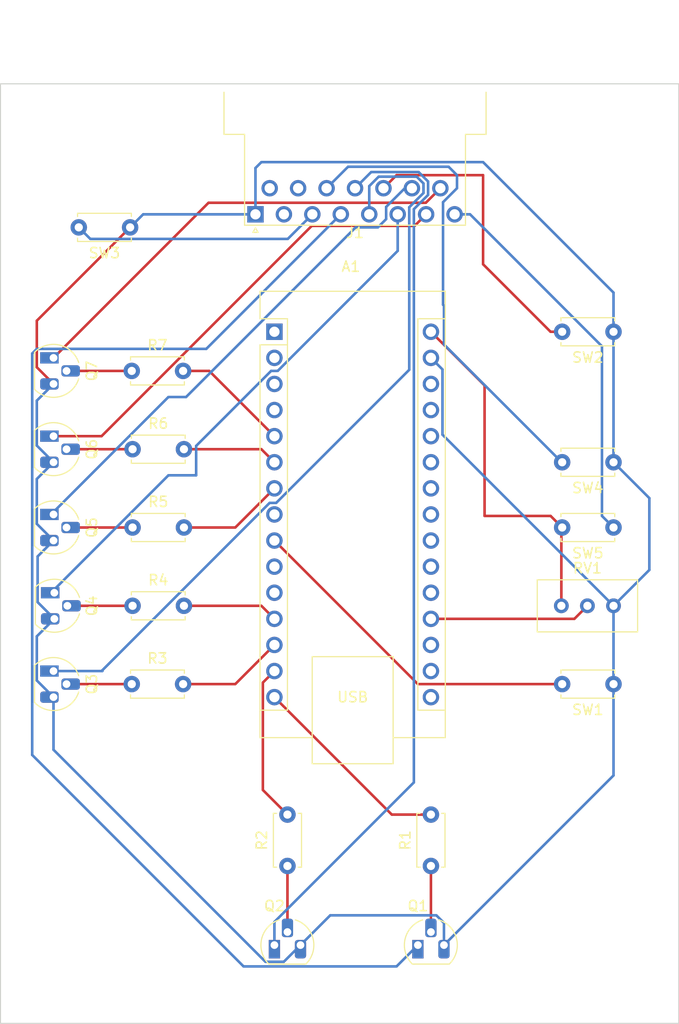
<source format=kicad_pcb>
(kicad_pcb (version 20221018) (generator pcbnew)
  (layers (0 "F.Cu" signal) (31 "B.Cu" signal) (34 "B.Paste" user) (35 "F.Paste" user) (36 "B.SilkS" user "B.Silkscreen") (37 "F.SilkS" user "F.Silkscreen") (38 "B.Mask" user) (39 "F.Mask" user) (44 "Edge.Cuts" user))
  (net 0 "")
  (net 5 "Net-(A1-D2)")
  (net 6 "Net-(A1-D3)")
  (net 7 "Net-(A1-D4)")
  (net 9 "Net-(A1-D6)")
  (net 12 "Net-(A1-D9)")
  (net 13 "Net-(A1-D10)")
  (net 14 "Net-(A1-D11)")
  (net 15 "Net-(A1-D12)")
  (net 19 "Net-(A1-A0)")
  (net 29 "Net-(A1-VIN)")
  (net 30 "Net-(Q1-E)")
  (net 31 "Net-(Q3-E)")
  (net 33 "Net-(Q4-E)")
  (net 34 "Net-(Q6-E)")
  (net 35 "Net-(SW3-A)")
  (net 36 "Net-(J1-P12)")
  (net 37 "Net-(J1-P13)")
  (net 40 "Net-(J1-P14)")
  (net 41 "Net-(J1-P15)")
  (net 42 "Net-(Q2-B)")
  (net 43 "Net-(Q3-B)")
  (net 44 "Net-(Q4-B)")
  (net 45 "Net-(Q1-B)")
  (net 46 "GND")
  (net 47 "Net-(Q5-B)")
  (net 48 "Net-(Q6-B)")
  (net 49 "Net-(Q7-B)")
  (net 50 "Net-(J1-P111)")
  (net 51 "Net-(SW4-B)")
  (footprint "Capacitor_THT:C_Disc_D5.0mm_W2.5mm_P5.00mm" (layer "F.Cu") (at 160.02 91.44 180)
    (fp_text reference "SW2" (at 2.5 -2.5) (layer "F.SilkS"))
    (fp_text value "A button")
    (fp_line (start -0.12 -1.37) (end -0.12 -1.055) (stroke (width 0.12)) (layer "F.SilkS"))
    (fp_line (start -0.12 -1.37) (end 5.12 -1.37) (stroke (width 0.12)) (layer "F.SilkS"))
    (fp_line (start -0.12 1.055) (end -0.12 1.37) (stroke (width 0.12)) (layer "F.SilkS"))
    (fp_line (start -0.12 1.37) (end 5.12 1.37) (stroke (width 0.12)) (layer "F.SilkS"))
    (fp_line (start 5.12 -1.37) (end 5.12 -1.055) (stroke (width 0.12)) (layer "F.SilkS"))
    (fp_line (start 5.12 1.055) (end 5.12 1.37) (stroke (width 0.12)) (layer "F.SilkS"))
    (pad "1" thru_hole circle (at 0 0 180) (size 1.6 1.6) (drill 0.8) (layers "*.Cu" "*.Mask") (net 46 "GND"))
    (pad "2" thru_hole circle (at 5 0 180) (size 1.6 1.6) (drill 0.8) (layers "*.Cu" "*.Mask") (net 37 "Net-(J1-P13)"))
  )
  (footprint "Potentiometer_THT:Potentiometer_Bourns_3296W_Vertical" (layer "F.Cu") (at 160.02 118.11)
    (fp_text reference "RV1" (at -2.54 -3.66) (layer "F.SilkS"))
    (fp_text value "10k pot")
    (fp_line (start -7.425 -2.53) (end -7.425 2.54) (stroke (width 0.12)) (layer "F.SilkS"))
    (fp_line (start -7.425 -2.53) (end 2.345 -2.53) (stroke (width 0.12)) (layer "F.SilkS"))
    (fp_line (start -7.425 2.54) (end 2.345 2.54) (stroke (width 0.12)) (layer "F.SilkS"))
    (fp_line (start 2.345 -2.53) (end 2.345 2.54) (stroke (width 0.12)) (layer "F.SilkS"))
    (pad "1" thru_hole circle (at 0 0) (size 1.44 1.44) (drill 0.8) (layers "*.Cu" "*.Mask") (net 46 "GND"))
    (pad "2" thru_hole circle (at -2.54 0) (size 1.44 1.44) (drill 0.8) (layers "*.Cu" "*.Mask") (net 19 "Net-(A1-A0)"))
    (pad "3" thru_hole circle (at -5.08 0) (size 1.44 1.44) (drill 0.8) (layers "*.Cu" "*.Mask") (net 29 "Net-(A1-VIN)"))
  )
  (footprint "Package_TO_SOT_THT:TO-92_HandSolder" (layer "F.Cu") (at 105.57 116.84 -90)
    (fp_text reference "Q4" (at 1.27 -3.65 90) (layer "F.SilkS"))
    (fp_text value "2N2222")
    (fp_line (start -0.53 1.85) (end 3.07 1.85) (stroke (width 0.12)) (layer "F.SilkS"))
    (fp_arc (start -0.541875 1.841741) (mid -1.247231 -0.581764) (end 0.45 -2.45) (stroke (width 0.12)) (layer "F.SilkS"))
    (fp_arc (start 2.05 -2.45) (mid 3.769931 -0.601036) (end 3.078445 1.827684) (stroke (width 0.12)) (layer "F.SilkS"))
    (pad "1" thru_hole rect (at 0 0 270) (size 1.1 1.8) (drill 0.75 (offset 0 0.4)) (layers "*.Cu" "*.Mask") (net 33 "Net-(Q4-E)"))
    (pad "2" thru_hole roundrect (at 1.27 -1.27 270) (size 1.1 1.8) (drill 0.75 (offset 0 -0.4)) (layers "*.Cu" "*.Mask") (net 44 "Net-(Q4-B)"))
    (pad "3" thru_hole roundrect (at 2.54 0 270) (size 1.1 1.8) (drill 0.75 (offset 0 0.4)) (layers "*.Cu" "*.Mask") (net 46 "GND"))
  )
  (footprint "Package_TO_SOT_THT:TO-92_HandSolder" (layer "F.Cu") (at 105.49 124.46 -90)
    (fp_text reference "Q3" (at 1.27 -3.73 90) (layer "F.SilkS"))
    (fp_text value "2N2222")
    (fp_line (start -0.53 1.85) (end 3.07 1.85) (stroke (width 0.12)) (layer "F.SilkS"))
    (fp_arc (start -0.541875 1.841741) (mid -1.247231 -0.581764) (end 0.45 -2.45) (stroke (width 0.12)) (layer "F.SilkS"))
    (fp_arc (start 2.05 -2.45) (mid 3.769931 -0.601036) (end 3.078445 1.827684) (stroke (width 0.12)) (layer "F.SilkS"))
    (pad "1" thru_hole rect (at 0 0 270) (size 1.1 1.8) (drill 0.75 (offset 0 0.4)) (layers "*.Cu" "*.Mask") (net 31 "Net-(Q3-E)"))
    (pad "2" thru_hole roundrect (at 1.27 -1.27 270) (size 1.1 1.8) (drill 0.75 (offset 0 -0.4)) (layers "*.Cu" "*.Mask") (net 43 "Net-(Q3-B)"))
    (pad "3" thru_hole roundrect (at 2.54 0 270) (size 1.1 1.8) (drill 0.75 (offset 0 0.4)) (layers "*.Cu" "*.Mask") (net 46 "GND"))
  )
  (footprint "Capacitor_THT:C_Disc_D5.0mm_W2.5mm_P5.00mm" (layer "F.Cu") (at 113.11 95.25)
    (fp_text reference "R7" (at 2.5 -2.5) (layer "F.SilkS"))
    (fp_text value "10k")
    (fp_line (start -0.12 -1.37) (end -0.12 -1.055) (stroke (width 0.12)) (layer "F.SilkS"))
    (fp_line (start -0.12 -1.37) (end 5.12 -1.37) (stroke (width 0.12)) (layer "F.SilkS"))
    (fp_line (start -0.12 1.055) (end -0.12 1.37) (stroke (width 0.12)) (layer "F.SilkS"))
    (fp_line (start -0.12 1.37) (end 5.12 1.37) (stroke (width 0.12)) (layer "F.SilkS"))
    (fp_line (start 5.12 -1.37) (end 5.12 -1.055) (stroke (width 0.12)) (layer "F.SilkS"))
    (fp_line (start 5.12 1.055) (end 5.12 1.37) (stroke (width 0.12)) (layer "F.SilkS"))
    (pad "1" thru_hole circle (at 0 0) (size 1.6 1.6) (drill 0.8) (layers "*.Cu" "*.Mask") (net 49 "Net-(Q7-B)"))
    (pad "2" thru_hole circle (at 5 0) (size 1.6 1.6) (drill 0.8) (layers "*.Cu" "*.Mask") (net 5 "Net-(A1-D2)"))
  )
  (footprint "Package_TO_SOT_THT:TO-92_HandSolder" (layer "F.Cu") (at 105.49 101.6 -90)
    (fp_text reference "Q6" (at 1.27 -3.73 90) (layer "F.SilkS"))
    (fp_text value "2N2222")
    (fp_line (start -0.53 1.85) (end 3.07 1.85) (stroke (width 0.12)) (layer "F.SilkS"))
    (fp_arc (start -0.541875 1.841741) (mid -1.247231 -0.581764) (end 0.45 -2.45) (stroke (width 0.12)) (layer "F.SilkS"))
    (fp_arc (start 2.05 -2.45) (mid 3.769931 -0.601036) (end 3.078445 1.827684) (stroke (width 0.12)) (layer "F.SilkS"))
    (pad "1" thru_hole rect (at 0 0 270) (size 1.1 1.8) (drill 0.75 (offset 0 0.4)) (layers "*.Cu" "*.Mask") (net 34 "Net-(Q6-E)"))
    (pad "2" thru_hole roundrect (at 1.27 -1.27 270) (size 1.1 1.8) (drill 0.75 (offset 0 -0.4)) (layers "*.Cu" "*.Mask") (net 48 "Net-(Q6-B)"))
    (pad "3" thru_hole roundrect (at 2.54 0 270) (size 1.1 1.8) (drill 0.75 (offset 0 0.4)) (layers "*.Cu" "*.Mask") (net 46 "GND"))
  )
  (footprint "Capacitor_THT:C_Disc_D5.0mm_W2.5mm_P5.00mm" (layer "F.Cu") (at 113.19 110.49)
    (fp_text reference "R5" (at 2.5 -2.5) (layer "F.SilkS"))
    (fp_text value "10k")
    (fp_line (start -0.12 -1.37) (end -0.12 -1.055) (stroke (width 0.12)) (layer "F.SilkS"))
    (fp_line (start -0.12 -1.37) (end 5.12 -1.37) (stroke (width 0.12)) (layer "F.SilkS"))
    (fp_line (start -0.12 1.055) (end -0.12 1.37) (stroke (width 0.12)) (layer "F.SilkS"))
    (fp_line (start -0.12 1.37) (end 5.12 1.37) (stroke (width 0.12)) (layer "F.SilkS"))
    (fp_line (start 5.12 -1.37) (end 5.12 -1.055) (stroke (width 0.12)) (layer "F.SilkS"))
    (fp_line (start 5.12 1.055) (end 5.12 1.37) (stroke (width 0.12)) (layer "F.SilkS"))
    (pad "1" thru_hole circle (at 0 0) (size 1.6 1.6) (drill 0.8) (layers "*.Cu" "*.Mask") (net 47 "Net-(Q5-B)"))
    (pad "2" thru_hole circle (at 5 0) (size 1.6 1.6) (drill 0.8) (layers "*.Cu" "*.Mask") (net 7 "Net-(A1-D4)"))
  )
  (footprint "Capacitor_THT:C_Disc_D5.0mm_W2.5mm_P5.00mm" (layer "F.Cu") (at 160.02 125.73 180)
    (fp_text reference "SW1" (at 2.5 -2.5) (layer "F.SilkS"))
    (fp_text value "Simple input toggle")
    (fp_line (start -0.12 -1.37) (end -0.12 -1.055) (stroke (width 0.12)) (layer "F.SilkS"))
    (fp_line (start -0.12 -1.37) (end 5.12 -1.37) (stroke (width 0.12)) (layer "F.SilkS"))
    (fp_line (start -0.12 1.055) (end -0.12 1.37) (stroke (width 0.12)) (layer "F.SilkS"))
    (fp_line (start -0.12 1.37) (end 5.12 1.37) (stroke (width 0.12)) (layer "F.SilkS"))
    (fp_line (start 5.12 -1.37) (end 5.12 -1.055) (stroke (width 0.12)) (layer "F.SilkS"))
    (fp_line (start 5.12 1.055) (end 5.12 1.37) (stroke (width 0.12)) (layer "F.SilkS"))
    (pad "1" thru_hole circle (at 0 0 180) (size 1.6 1.6) (drill 0.8) (layers "*.Cu" "*.Mask") (net 46 "GND"))
    (pad "2" thru_hole circle (at 5 0 180) (size 1.6 1.6) (drill 0.8) (layers "*.Cu" "*.Mask") (net 9 "Net-(A1-D6)"))
  )
  (footprint "Package_TO_SOT_THT:TO-92_HandSolder" (layer "F.Cu") (at 105.49 93.98 -90)
    (fp_text reference "Q7" (at 1.27 -3.73 90) (layer "F.SilkS"))
    (fp_text value "2N2222")
    (fp_line (start -0.53 1.85) (end 3.07 1.85) (stroke (width 0.12)) (layer "F.SilkS"))
    (fp_arc (start -0.541875 1.841741) (mid -1.247231 -0.581764) (end 0.45 -2.45) (stroke (width 0.12)) (layer "F.SilkS"))
    (fp_arc (start 2.05 -2.45) (mid 3.769931 -0.601036) (end 3.078445 1.827684) (stroke (width 0.12)) (layer "F.SilkS"))
    (pad "1" thru_hole rect (at 0 0 270) (size 1.1 1.8) (drill 0.75 (offset 0 0.4)) (layers "*.Cu" "*.Mask") (net 41 "Net-(J1-P15)"))
    (pad "2" thru_hole roundrect (at 1.27 -1.27 270) (size 1.1 1.8) (drill 0.75 (offset 0 -0.4)) (layers "*.Cu" "*.Mask") (net 49 "Net-(Q7-B)"))
    (pad "3" thru_hole roundrect (at 2.54 0 270) (size 1.1 1.8) (drill 0.75 (offset 0 0.4)) (layers "*.Cu" "*.Mask") (net 46 "GND"))
  )
  (footprint "Capacitor_THT:C_Disc_D5.0mm_W2.5mm_P5.00mm" (layer "F.Cu") (at 160.02 104.14 180)
    (fp_text reference "SW4" (at 2.5 -2.5) (layer "F.SilkS"))
    (fp_text value "Start button")
    (fp_line (start -0.12 -1.37) (end -0.12 -1.055) (stroke (width 0.12)) (layer "F.SilkS"))
    (fp_line (start -0.12 -1.37) (end 5.12 -1.37) (stroke (width 0.12)) (layer "F.SilkS"))
    (fp_line (start -0.12 1.055) (end -0.12 1.37) (stroke (width 0.12)) (layer "F.SilkS"))
    (fp_line (start -0.12 1.37) (end 5.12 1.37) (stroke (width 0.12)) (layer "F.SilkS"))
    (fp_line (start 5.12 -1.37) (end 5.12 -1.055) (stroke (width 0.12)) (layer "F.SilkS"))
    (fp_line (start 5.12 1.055) (end 5.12 1.37) (stroke (width 0.12)) (layer "F.SilkS"))
    (pad "1" thru_hole circle (at 0 0 180) (size 1.6 1.6) (drill 0.8) (layers "*.Cu" "*.Mask") (net 46 "GND"))
    (pad "2" thru_hole circle (at 5 0 180) (size 1.6 1.6) (drill 0.8) (layers "*.Cu" "*.Mask") (net 50 "Net-(J1-P111)"))
  )
  (footprint "Capacitor_THT:C_Disc_D5.0mm_W2.5mm_P5.00mm" (layer "F.Cu") (at 160.02 110.49 180)
    (fp_text reference "SW5" (at 2.5 -2.5) (layer "F.SilkS"))
    (fp_text value "Power")
    (fp_line (start -0.12 -1.37) (end -0.12 -1.055) (stroke (width 0.12)) (layer "F.SilkS"))
    (fp_line (start -0.12 -1.37) (end 5.12 -1.37) (stroke (width 0.12)) (layer "F.SilkS"))
    (fp_line (start -0.12 1.055) (end -0.12 1.37) (stroke (width 0.12)) (layer "F.SilkS"))
    (fp_line (start -0.12 1.37) (end 5.12 1.37) (stroke (width 0.12)) (layer "F.SilkS"))
    (fp_line (start 5.12 -1.37) (end 5.12 -1.055) (stroke (width 0.12)) (layer "F.SilkS"))
    (fp_line (start 5.12 1.055) (end 5.12 1.37) (stroke (width 0.12)) (layer "F.SilkS"))
    (pad "1" thru_hole circle (at 0 0 180) (size 1.6 1.6) (drill 0.8) (layers "*.Cu" "*.Mask") (net 35 "Net-(SW3-A)"))
    (pad "2" thru_hole circle (at 5 0 180) (size 1.6 1.6) (drill 0.8) (layers "*.Cu" "*.Mask") (net 29 "Net-(A1-VIN)"))
  )
  (footprint "Connector_Dsub:DSUB-15_Female_Horizontal_P2.77x2.54mm_EdgePinOffset9.40mm" (layer "F.Cu") (at 125.155 80.01 180)
    (fp_text reference "J1" (at -9.695 -1.8) (layer "F.SilkS"))
    (fp_text value "DA15_Receptacle")
    (fp_line (start -22.455 7.78) (end -20.45 7.78) (stroke (width 0.12)) (layer "F.SilkS"))
    (fp_line (start -22.455 11.88) (end -22.455 7.78) (stroke (width 0.12)) (layer "F.SilkS"))
    (fp_line (start -20.45 -1.06) (end 1.06 -1.06) (stroke (width 0.12)) (layer "F.SilkS"))
    (fp_line (start -20.45 7.78) (end -20.45 -1.06) (stroke (width 0.12)) (layer "F.SilkS"))
    (fp_line (start -0.25 -1.754338) (end 0.25 -1.754338) (stroke (width 0.12)) (layer "F.SilkS"))
    (fp_line (start 0 -1.321325) (end -0.25 -1.754338) (stroke (width 0.12)) (layer "F.SilkS"))
    (fp_line (start 0.25 -1.754338) (end 0 -1.321325) (stroke (width 0.12)) (layer "F.SilkS"))
    (fp_line (start 1.06 -1.06) (end 1.06 7.78) (stroke (width 0.12)) (layer "F.SilkS"))
    (fp_line (start 1.06 7.78) (end 3.065 7.78) (stroke (width 0.12)) (layer "F.SilkS"))
    (fp_line (start 3.065 7.78) (end 3.065 11.88) (stroke (width 0.12)) (layer "F.SilkS"))
    (pad "1" thru_hole rect (at 0 0 180) (size 1.6 1.6) (drill 1) (layers "*.Cu" "*.Mask") (net 46 "GND"))
    (pad "2" thru_hole circle (at -2.77 0 180) (size 1.6 1.6) (drill 1) (layers "*.Cu" "*.Mask"))
    (pad "3" thru_hole circle (at -5.54 0 180) (size 1.6 1.6) (drill 1) (layers "*.Cu" "*.Mask") (net 51 "Net-(SW4-B)"))
    (pad "4" thru_hole circle (at -8.31 0 180) (size 1.6 1.6) (drill 1) (layers "*.Cu" "*.Mask") (net 30 "Net-(Q1-E)"))
    (pad "5" thru_hole circle (at -11.08 0 180) (size 1.6 1.6) (drill 1) (layers "*.Cu" "*.Mask") (net 31 "Net-(Q3-E)"))
    (pad "6" thru_hole circle (at -13.85 0 180) (size 1.6 1.6) (drill 1) (layers "*.Cu" "*.Mask") (net 33 "Net-(Q4-E)"))
    (pad "7" thru_hole circle (at -16.62 0 180) (size 1.6 1.6) (drill 1) (layers "*.Cu" "*.Mask") (net 34 "Net-(Q6-E)"))
    (pad "8" thru_hole circle (at -19.39 0 180) (size 1.6 1.6) (drill 1) (layers "*.Cu" "*.Mask") (net 35 "Net-(SW3-A)"))
    (pad "9" thru_hole circle (at -1.385 2.54 180) (size 1.6 1.6) (drill 1) (layers "*.Cu" "*.Mask"))
    (pad "10" thru_hole circle (at -4.155 2.54 180) (size 1.6 1.6) (drill 1) (layers "*.Cu" "*.Mask"))
    (pad "11" thru_hole circle (at -6.925 2.54 180) (size 1.6 1.6) (drill 1) (layers "*.Cu" "*.Mask") (net 50 "Net-(J1-P111)"))
    (pad "12" thru_hole circle (at -9.695 2.54 180) (size 1.6 1.6) (drill 1) (layers "*.Cu" "*.Mask") (net 36 "Net-(J1-P12)"))
    (pad "13" thru_hole circle (at -12.465 2.54 180) (size 1.6 1.6) (drill 1) (layers "*.Cu" "*.Mask") (net 37 "Net-(J1-P13)"))
    (pad "14" thru_hole circle (at -15.235 2.54 180) (size 1.6 1.6) (drill 1) (layers "*.Cu" "*.Mask") (net 40 "Net-(J1-P14)"))
    (pad "15" thru_hole circle (at -18.005 2.54 180) (size 1.6 1.6) (drill 1) (layers "*.Cu" "*.Mask") (net 41 "Net-(J1-P15)"))
  )
  (footprint "Capacitor_THT:C_Disc_D5.0mm_W2.5mm_P5.00mm" (layer "F.Cu") (at 113.11 125.73)
    (fp_text reference "R3" (at 2.5 -2.5) (layer "F.SilkS"))
    (fp_text value "10k")
    (fp_line (start -0.12 -1.37) (end -0.12 -1.055) (stroke (width 0.12)) (layer "F.SilkS"))
    (fp_line (start -0.12 -1.37) (end 5.12 -1.37) (stroke (width 0.12)) (layer "F.SilkS"))
    (fp_line (start -0.12 1.055) (end -0.12 1.37) (stroke (width 0.12)) (layer "F.SilkS"))
    (fp_line (start -0.12 1.37) (end 5.12 1.37) (stroke (width 0.12)) (layer "F.SilkS"))
    (fp_line (start 5.12 -1.37) (end 5.12 -1.055) (stroke (width 0.12)) (layer "F.SilkS"))
    (fp_line (start 5.12 1.055) (end 5.12 1.37) (stroke (width 0.12)) (layer "F.SilkS"))
    (pad "1" thru_hole circle (at 0 0) (size 1.6 1.6) (drill 0.8) (layers "*.Cu" "*.Mask") (net 43 "Net-(Q3-B)"))
    (pad "2" thru_hole circle (at 5 0) (size 1.6 1.6) (drill 0.8) (layers "*.Cu" "*.Mask") (net 13 "Net-(A1-D10)"))
  )
  (footprint "Capacitor_THT:C_Disc_D5.0mm_W2.5mm_P5.00mm" (layer "F.Cu") (at 128.27 143.43 90)
    (fp_text reference "R2" (at 2.5 -2.5 90) (layer "F.SilkS"))
    (fp_text value "10k")
    (fp_line (start -0.12 -1.37) (end -0.12 -1.055) (stroke (width 0.12)) (layer "F.SilkS"))
    (fp_line (start -0.12 -1.37) (end 5.12 -1.37) (stroke (width 0.12)) (layer "F.SilkS"))
    (fp_line (start -0.12 1.055) (end -0.12 1.37) (stroke (width 0.12)) (layer "F.SilkS"))
    (fp_line (start -0.12 1.37) (end 5.12 1.37) (stroke (width 0.12)) (layer "F.SilkS"))
    (fp_line (start 5.12 -1.37) (end 5.12 -1.055) (stroke (width 0.12)) (layer "F.SilkS"))
    (fp_line (start 5.12 1.055) (end 5.12 1.37) (stroke (width 0.12)) (layer "F.SilkS"))
    (pad "1" thru_hole circle (at 0 0 90) (size 1.6 1.6) (drill 0.8) (layers "*.Cu" "*.Mask") (net 42 "Net-(Q2-B)"))
    (pad "2" thru_hole circle (at 5 0 90) (size 1.6 1.6) (drill 0.8) (layers "*.Cu" "*.Mask") (net 14 "Net-(A1-D11)"))
  )
  (footprint "Capacitor_THT:C_Disc_D5.0mm_W2.5mm_P5.00mm" (layer "F.Cu") (at 113.19 118.11)
    (fp_text reference "R4" (at 2.5 -2.5) (layer "F.SilkS"))
    (fp_text value "10k")
    (fp_line (start -0.12 -1.37) (end -0.12 -1.055) (stroke (width 0.12)) (layer "F.SilkS"))
    (fp_line (start -0.12 -1.37) (end 5.12 -1.37) (stroke (width 0.12)) (layer "F.SilkS"))
    (fp_line (start -0.12 1.055) (end -0.12 1.37) (stroke (width 0.12)) (layer "F.SilkS"))
    (fp_line (start -0.12 1.37) (end 5.12 1.37) (stroke (width 0.12)) (layer "F.SilkS"))
    (fp_line (start 5.12 -1.37) (end 5.12 -1.055) (stroke (width 0.12)) (layer "F.SilkS"))
    (fp_line (start 5.12 1.055) (end 5.12 1.37) (stroke (width 0.12)) (layer "F.SilkS"))
    (pad "1" thru_hole circle (at 0 0) (size 1.6 1.6) (drill 0.8) (layers "*.Cu" "*.Mask") (net 44 "Net-(Q4-B)"))
    (pad "2" thru_hole circle (at 5 0) (size 1.6 1.6) (drill 0.8) (layers "*.Cu" "*.Mask") (net 12 "Net-(A1-D9)"))
  )
  (footprint "MountingHole:MountingHole_2.1mm" (layer "F.Cu") (at 156.21 152.4)
    (fp_text reference " " (at 0 -3.2) (layer "F.SilkS"))
    (fp_text value " ")
    (pad "" np_thru_hole circle (at 0 0) (size 2.1 2.1) (drill 2.1) (layers "F&B.Cu" "*.Mask"))
  )
  (footprint "MountingHole:MountingHole_2.1mm" (layer "F.Cu") (at 110.49 152.4)
    (fp_text reference " " (at 0 -3.2) (layer "F.SilkS"))
    (fp_text value " ")
    (pad "" np_thru_hole circle (at 0 0) (size 2.1 2.1) (drill 2.1) (layers "F&B.Cu" "*.Mask"))
  )
  (footprint "Package_TO_SOT_THT:TO-92_HandSolder" (layer "F.Cu") (at 105.49 109.22 -90)
    (fp_text reference "Q5" (at 1.27 -3.73 90) (layer "F.SilkS"))
    (fp_text value "2N2222")
    (fp_line (start -0.53 1.85) (end 3.07 1.85) (stroke (width 0.12)) (layer "F.SilkS"))
    (fp_arc (start -0.541875 1.841741) (mid -1.247231 -0.581764) (end 0.45 -2.45) (stroke (width 0.12)) (layer "F.SilkS"))
    (fp_arc (start 2.05 -2.45) (mid 3.769931 -0.601036) (end 3.078445 1.827684) (stroke (width 0.12)) (layer "F.SilkS"))
    (pad "1" thru_hole rect (at 0 0 270) (size 1.1 1.8) (drill 0.75 (offset 0 0.4)) (layers "*.Cu" "*.Mask") (net 40 "Net-(J1-P14)"))
    (pad "2" thru_hole roundrect (at 1.27 -1.27 270) (size 1.1 1.8) (drill 0.75 (offset 0 -0.4)) (layers "*.Cu" "*.Mask") (net 47 "Net-(Q5-B)"))
    (pad "3" thru_hole roundrect (at 2.54 0 270) (size 1.1 1.8) (drill 0.75 (offset 0 0.4)) (layers "*.Cu" "*.Mask") (net 46 "GND"))
  )
  (footprint "Capacitor_THT:C_Disc_D5.0mm_W2.5mm_P5.00mm" (layer "F.Cu") (at 112.95 81.28 180)
    (fp_text reference "SW3" (at 2.5 -2.5) (layer "F.SilkS"))
    (fp_text value "Select button")
    (fp_line (start -0.12 -1.37) (end -0.12 -1.055) (stroke (width 0.12)) (layer "F.SilkS"))
    (fp_line (start -0.12 -1.37) (end 5.12 -1.37) (stroke (width 0.12)) (layer "F.SilkS"))
    (fp_line (start -0.12 1.055) (end -0.12 1.37) (stroke (width 0.12)) (layer "F.SilkS"))
    (fp_line (start -0.12 1.37) (end 5.12 1.37) (stroke (width 0.12)) (layer "F.SilkS"))
    (fp_line (start 5.12 -1.37) (end 5.12 -1.055) (stroke (width 0.12)) (layer "F.SilkS"))
    (fp_line (start 5.12 1.055) (end 5.12 1.37) (stroke (width 0.12)) (layer "F.SilkS"))
    (pad "1" thru_hole circle (at 0 0 180) (size 1.6 1.6) (drill 0.8) (layers "*.Cu" "*.Mask") (net 46 "GND"))
    (pad "2" thru_hole circle (at 5 0 180) (size 1.6 1.6) (drill 0.8) (layers "*.Cu" "*.Mask") (net 51 "Net-(SW4-B)"))
  )
  (footprint "Capacitor_THT:C_Disc_D5.0mm_W2.5mm_P5.00mm" (layer "F.Cu") (at 142.24 143.43 90)
    (fp_text reference "R1" (at 2.5 -2.5 90) (layer "F.SilkS"))
    (fp_text value "10k")
    (fp_line (start -0.12 -1.37) (end -0.12 -1.055) (stroke (width 0.12)) (layer "F.SilkS"))
    (fp_line (start -0.12 -1.37) (end 5.12 -1.37) (stroke (width 0.12)) (layer "F.SilkS"))
    (fp_line (start -0.12 1.055) (end -0.12 1.37) (stroke (width 0.12)) (layer "F.SilkS"))
    (fp_line (start -0.12 1.37) (end 5.12 1.37) (stroke (width 0.12)) (layer "F.SilkS"))
    (fp_line (start 5.12 -1.37) (end 5.12 -1.055) (stroke (width 0.12)) (layer "F.SilkS"))
    (fp_line (start 5.12 1.055) (end 5.12 1.37) (stroke (width 0.12)) (layer "F.SilkS"))
    (pad "1" thru_hole circle (at 0 0 90) (size 1.6 1.6) (drill 0.8) (layers "*.Cu" "*.Mask") (net 45 "Net-(Q1-B)"))
    (pad "2" thru_hole circle (at 5 0 90) (size 1.6 1.6) (drill 0.8) (layers "*.Cu" "*.Mask") (net 15 "Net-(A1-D12)"))
  )
  (footprint "Package_TO_SOT_THT:TO-92_HandSolder" (layer "F.Cu") (at 140.97 151.13)
    (fp_text reference "Q1" (at 0 -3.81) (layer "F.SilkS"))
    (fp_text value "2N2222")
    (fp_line (start -0.53 1.85) (end 3.07 1.85) (stroke (width 0.12)) (layer "F.SilkS"))
    (fp_arc (start -0.541875 1.841741) (mid -1.247231 -0.581764) (end 0.45 -2.45) (stroke (width 0.12)) (layer "F.SilkS"))
    (fp_arc (start 2.05 -2.45) (mid 3.769931 -0.601036) (end 3.078445 1.827684) (stroke (width 0.12)) (layer "F.SilkS"))
    (pad "1" thru_hole rect (at 0 0) (size 1.1 1.8) (drill 0.75 (offset 0 0.4)) (layers "*.Cu" "*.Mask") (net 30 "Net-(Q1-E)"))
    (pad "2" thru_hole roundrect (at 1.27 -1.27) (size 1.1 1.8) (drill 0.75 (offset 0 -0.4)) (layers "*.Cu" "*.Mask") (net 45 "Net-(Q1-B)"))
    (pad "3" thru_hole roundrect (at 2.54 0) (size 1.1 1.8) (drill 0.75 (offset 0 0.4)) (layers "*.Cu" "*.Mask") (net 46 "GND"))
  )
  (footprint "Module:Arduino_Nano" (layer "F.Cu") (at 127 91.44)
    (fp_text reference "A1" (at 7.445 -6.340331) (layer "F.SilkS"))
    (fp_text value "Arduino Nano")
    (fp_text user "USB" (at 7.62 35.56 unlocked) (layer "F.SilkS"))
    (fp_line (start -1.4 -3.94) (end -1.4 -1.27) (stroke (width 0.12)) (layer "F.SilkS"))
    (fp_line (start -1.4 1.27) (end -1.4 39.5) (stroke (width 0.12)) (layer "F.SilkS"))
    (fp_line (start -1.4 39.5) (end 3.68 39.5) (stroke (width 0.12)) (layer "F.SilkS"))
    (fp_line (start 1.27 -1.27) (end -1.4 -1.27) (stroke (width 0.12)) (layer "F.SilkS"))
    (fp_line (start 1.27 1.27) (end -1.4 1.27) (stroke (width 0.12)) (layer "F.SilkS"))
    (fp_line (start 1.27 1.27) (end 1.27 -1.27) (stroke (width 0.12)) (layer "F.SilkS"))
    (fp_line (start 1.27 1.27) (end 1.27 36.83) (stroke (width 0.12)) (layer "F.SilkS"))
    (fp_line (start 1.27 36.83) (end -1.4 36.83) (stroke (width 0.12)) (layer "F.SilkS"))
    (fp_line (start 3.68 31.62) (end 11.56 31.62) (stroke (width 0.12)) (layer "F.SilkS"))
    (fp_line (start 3.68 42.04) (end 3.68 31.62) (stroke (width 0.12)) (layer "F.SilkS"))
    (fp_line (start 11.56 31.62) (end 11.56 42.04) (stroke (width 0.12)) (layer "F.SilkS"))
    (fp_line (start 11.56 42.04) (end 3.68 42.04) (stroke (width 0.12)) (layer "F.SilkS"))
    (fp_line (start 13.97 -1.27) (end 13.97 36.83) (stroke (width 0.12)) (layer "F.SilkS"))
    (fp_line (start 13.97 -1.27) (end 16.64 -1.27) (stroke (width 0.12)) (layer "F.SilkS"))
    (fp_line (start 13.97 36.83) (end 16.64 36.83) (stroke (width 0.12)) (layer "F.SilkS"))
    (fp_line (start 16.64 -3.94) (end -1.4 -3.94) (stroke (width 0.12)) (layer "F.SilkS"))
    (fp_line (start 16.64 39.5) (end 11.56 39.5) (stroke (width 0.12)) (layer "F.SilkS"))
    (fp_line (start 16.64 39.5) (end 16.64 -3.94) (stroke (width 0.12)) (layer "F.SilkS"))
    (pad "1" thru_hole rect (at 0 0) (size 1.6 1.6) (drill 1) (layers "*.Cu" "*.Mask"))
    (pad "2" thru_hole oval (at 0 2.54) (size 1.6 1.6) (drill 1) (layers "*.Cu" "*.Mask"))
    (pad "3" thru_hole oval (at 0 5.08) (size 1.6 1.6) (drill 1) (layers "*.Cu" "*.Mask"))
    (pad "4" thru_hole oval (at 0 7.62) (size 1.6 1.6) (drill 1) (layers "*.Cu" "*.Mask"))
    (pad "5" thru_hole oval (at 0 10.16) (size 1.6 1.6) (drill 1) (layers "*.Cu" "*.Mask") (net 5 "Net-(A1-D2)"))
    (pad "6" thru_hole oval (at 0 12.7) (size 1.6 1.6) (drill 1) (layers "*.Cu" "*.Mask") (net 6 "Net-(A1-D3)"))
    (pad "7" thru_hole oval (at 0 15.24) (size 1.6 1.6) (drill 1) (layers "*.Cu" "*.Mask") (net 7 "Net-(A1-D4)"))
    (pad "8" thru_hole oval (at 0 17.78) (size 1.6 1.6) (drill 1) (layers "*.Cu" "*.Mask"))
    (pad "9" thru_hole oval (at 0 20.32) (size 1.6 1.6) (drill 1) (layers "*.Cu" "*.Mask") (net 9 "Net-(A1-D6)"))
    (pad "10" thru_hole oval (at 0 22.86) (size 1.6 1.6) (drill 1) (layers "*.Cu" "*.Mask"))
    (pad "11" thru_hole oval (at 0 25.4) (size 1.6 1.6) (drill 1) (layers "*.Cu" "*.Mask"))
    (pad "12" thru_hole oval (at 0 27.94) (size 1.6 1.6) (drill 1) (layers "*.Cu" "*.Mask") (net 12 "Net-(A1-D9)"))
    (pad "13" thru_hole oval (at 0 30.48) (size 1.6 1.6) (drill 1) (layers "*.Cu" "*.Mask") (net 13 "Net-(A1-D10)"))
    (pad "14" thru_hole oval (at 0 33.02) (size 1.6 1.6) (drill 1) (layers "*.Cu" "*.Mask") (net 14 "Net-(A1-D11)"))
    (pad "15" thru_hole oval (at 0 35.56) (size 1.6 1.6) (drill 1) (layers "*.Cu" "*.Mask") (net 15 "Net-(A1-D12)"))
    (pad "16" thru_hole oval (at 15.24 35.56) (size 1.6 1.6) (drill 1) (layers "*.Cu" "*.Mask"))
    (pad "17" thru_hole oval (at 15.24 33.02) (size 1.6 1.6) (drill 1) (layers "*.Cu" "*.Mask"))
    (pad "18" thru_hole oval (at 15.24 30.48) (size 1.6 1.6) (drill 1) (layers "*.Cu" "*.Mask"))
    (pad "19" thru_hole oval (at 15.24 27.94) (size 1.6 1.6) (drill 1) (layers "*.Cu" "*.Mask") (net 19 "Net-(A1-A0)"))
    (pad "20" thru_hole oval (at 15.24 25.4) (size 1.6 1.6) (drill 1) (layers "*.Cu" "*.Mask"))
    (pad "21" thru_hole oval (at 15.24 22.86) (size 1.6 1.6) (drill 1) (layers "*.Cu" "*.Mask"))
    (pad "22" thru_hole oval (at 15.24 20.32) (size 1.6 1.6) (drill 1) (layers "*.Cu" "*.Mask"))
    (pad "23" thru_hole oval (at 15.24 17.78) (size 1.6 1.6) (drill 1) (layers "*.Cu" "*.Mask"))
    (pad "24" thru_hole oval (at 15.24 15.24) (size 1.6 1.6) (drill 1) (layers "*.Cu" "*.Mask"))
    (pad "25" thru_hole oval (at 15.24 12.7) (size 1.6 1.6) (drill 1) (layers "*.Cu" "*.Mask"))
    (pad "26" thru_hole oval (at 15.24 10.16) (size 1.6 1.6) (drill 1) (layers "*.Cu" "*.Mask"))
    (pad "27" thru_hole oval (at 15.24 7.62) (size 1.6 1.6) (drill 1) (layers "*.Cu" "*.Mask"))
    (pad "28" thru_hole oval (at 15.24 5.08) (size 1.6 1.6) (drill 1) (layers "*.Cu" "*.Mask"))
    (pad "29" thru_hole oval (at 15.24 2.54) (size 1.6 1.6) (drill 1) (layers "*.Cu" "*.Mask") (net 46 "GND"))
    (pad "30" thru_hole oval (at 15.24 0) (size 1.6 1.6) (drill 1) (layers "*.Cu" "*.Mask") (net 29 "Net-(A1-VIN)"))
  )
  (footprint "Capacitor_THT:C_Disc_D5.0mm_W2.5mm_P5.00mm" (layer "F.Cu") (at 113.19 102.87)
    (fp_text reference "R6" (at 2.5 -2.5) (layer "F.SilkS"))
    (fp_text value "10k" hide)
    (fp_line (start -0.12 -1.37) (end -0.12 -1.055) (stroke (width 0.12)) (layer "F.SilkS"))
    (fp_line (start -0.12 -1.37) (end 5.12 -1.37) (stroke (width 0.12)) (layer "F.SilkS"))
    (fp_line (start -0.12 1.055) (end -0.12 1.37) (stroke (width 0.12)) (layer "F.SilkS"))
    (fp_line (start -0.12 1.37) (end 5.12 1.37) (stroke (width 0.12)) (layer "F.SilkS"))
    (fp_line (start 5.12 -1.37) (end 5.12 -1.055) (stroke (width 0.12)) (layer "F.SilkS"))
    (fp_line (start 5.12 1.055) (end 5.12 1.37) (stroke (width 0.12)) (layer "F.SilkS"))
    (pad "1" thru_hole circle (at 0 0) (size 1.6 1.6) (drill 0.8) (layers "*.Cu" "*.Mask") (net 48 "Net-(Q6-B)"))
    (pad "2" thru_hole circle (at 5 0) (size 1.6 1.6) (drill 0.8) (layers "*.Cu" "*.Mask") (net 6 "Net-(A1-D3)"))
  )
  (footprint "MountingHole:MountingHole_2.1mm" (layer "F.Cu") (at 110.49 74.93)
    (fp_text reference " " (at 0 -3.2) (layer "F.SilkS"))
    (fp_text value " ")
    (pad "" np_thru_hole circle (at 0 0) (size 2.1 2.1) (drill 2.1) (layers "*.Cu" "*.Mask"))
  )
  (footprint "MountingHole:MountingHole_2.1mm" (layer "F.Cu") (at 158.75 74.93)
    (fp_text reference " " (at 0 -3.2) (layer "F.SilkS"))
    (fp_text value " ")
    (pad "" np_thru_hole circle (at 0 0) (size 2.1 2.1) (drill 2.1) (layers "F&B.Cu" "*.Mask"))
  )
  (footprint "Package_TO_SOT_THT:TO-92_HandSolder" (layer "F.Cu") (at 127 151.13)
    (fp_text reference "Q2" (at 0 -3.81) (layer "F.SilkS"))
    (fp_text value "2N2222")
    (fp_line (start -0.53 1.85) (end 3.07 1.85) (stroke (width 0.12)) (layer "F.SilkS"))
    (fp_arc (start -0.541875 1.841741) (mid -1.247231 -0.581764) (end 0.45 -2.45) (stroke (width 0.12)) (layer "F.SilkS"))
    (fp_arc (start 2.05 -2.45) (mid 3.769931 -0.601036) (end 3.078445 1.827684) (stroke (width 0.12)) (layer "F.SilkS"))
    (pad "1" thru_hole rect (at 0 0) (size 1.1 1.8) (drill 0.75 (offset 0 0.4)) (layers "*.Cu" "*.Mask") (net 36 "Net-(J1-P12)"))
    (pad "2" thru_hole roundrect (at 1.27 -1.27) (size 1.1 1.8) (drill 0.75 (offset 0 -0.4)) (layers "*.Cu" "*.Mask") (net 42 "Net-(Q2-B)"))
    (pad "3" thru_hole roundrect (at 2.54 0) (size 1.1 1.8) (drill 0.75 (offset 0 0.4)) (layers "*.Cu" "*.Mask") (net 46 "GND"))
  )
  (gr_rect (start 100.33 67.31) (end 166.37 158.75) (stroke (width 0.1)) (fill none) (layer "Edge.Cuts"))
  (segment (start 120.65 95.25) (end 127 101.6) (width 0.25) (layer "F.Cu") (net 5))
  (segment (start 118.11 95.25) (end 120.65 95.25) (width 0.25) (layer "F.Cu") (net 5))
  (segment (start 125.73 102.87) (end 127 104.14) (width 0.25) (layer "F.Cu") (net 6))
  (segment (start 118.19 102.87) (end 125.73 102.87) (width 0.25) (layer "F.Cu") (net 6))
  (segment (start 118.19 110.49) (end 123.19 110.49) (width 0.25) (layer "F.Cu") (net 7))
  (segment (start 123.19 110.49) (end 127 106.68) (width 0.25) (layer "F.Cu") (net 7))
  (segment (start 140.97 125.73) (end 127 111.76) (width 0.25) (layer "F.Cu") (net 9))
  (segment (start 155.02 125.73) (end 140.97 125.73) (width 0.25) (layer "F.Cu") (net 9))
  (segment (start 118.19 118.11) (end 125.73 118.11) (width 0.25) (layer "F.Cu") (net 12))
  (segment (start 125.73 118.11) (end 127 119.38) (width 0.25) (layer "F.Cu") (net 12))
  (segment (start 123.19 125.73) (end 127 121.92) (width 0.25) (layer "F.Cu") (net 13))
  (segment (start 118.11 125.73) (end 123.19 125.73) (width 0.25) (layer "F.Cu") (net 13))
  (segment (start 128.27 138.43) (end 125.875 136.035) (width 0.25) (layer "F.Cu") (net 14))
  (segment (start 125.875 125.585) (end 127 124.46) (width 0.25) (layer "F.Cu") (net 14))
  (segment (start 125.875 136.035) (end 125.875 125.585) (width 0.25) (layer "F.Cu") (net 14))
  (segment (start 142.24 138.43) (end 138.43 138.43) (width 0.25) (layer "F.Cu") (net 15))
  (segment (start 138.43 138.43) (end 127 127) (width 0.25) (layer "F.Cu") (net 15))
  (segment (start 156.21 119.38) (end 142.24 119.38) (width 0.25) (layer "F.Cu") (net 19))
  (segment (start 157.48 118.11) (end 156.21 119.38) (width 0.25) (layer "F.Cu") (net 19))
  (segment (start 154.94 110.57) (end 155.02 110.49) (width 0.25) (layer "F.Cu") (net 29))
  (segment (start 154.94 118.11) (end 154.94 110.57) (width 0.25) (layer "F.Cu") (net 29))
  (segment (start 147.465 109.365) (end 147.465 96.665) (width 0.25) (layer "F.Cu") (net 29))
  (segment (start 155.02 110.49) (end 153.895 109.365) (width 0.25) (layer "F.Cu") (net 29))
  (segment (start 147.465 96.665) (end 142.24 91.44) (width 0.25) (layer "F.Cu") (net 29))
  (segment (start 153.895 109.365) (end 147.465 109.365) (width 0.25) (layer "F.Cu") (net 29))
  (segment (start 120.37 93.105) (end 133.465 80.01) (width 0.25) (layer "B.Cu") (net 30))
  (segment (start 103.415 132.625) (end 103.415 93.555) (width 0.25) (layer "B.Cu") (net 30))
  (segment (start 138.895 153.205) (end 123.995 153.205) (width 0.25) (layer "B.Cu") (net 30))
  (segment (start 103.865 93.105) (end 120.37 93.105) (width 0.25) (layer "B.Cu") (net 30))
  (segment (start 140.97 151.13) (end 138.895 153.205) (width 0.25) (layer "B.Cu") (net 30))
  (segment (start 123.995 153.205) (end 103.415 132.625) (width 0.25) (layer "B.Cu") (net 30))
  (segment (start 103.415 93.555) (end 103.865 93.105) (width 0.25) (layer "B.Cu") (net 30))
  (segment (start 140.855991 76.345) (end 137.154009 76.345) (width 0.25) (layer "B.Cu") (net 31))
  (segment (start 105.49 124.46) (end 110.249009 124.46) (width 0.25) (layer "B.Cu") (net 31))
  (segment (start 110.249009 124.38) (end 126.534009 108.095) (width 0.25) (layer "B.Cu") (net 31))
  (segment (start 141.515 77.935991) (end 141.515 77.004009) (width 0.25) (layer "B.Cu") (net 31))
  (segment (start 126.534009 108.095) (end 127.175991 108.095) (width 0.25) (layer "B.Cu") (net 31))
  (segment (start 137.154009 76.345) (end 136.235 77.264009) (width 0.25) (layer "B.Cu") (net 31))
  (segment (start 127.175991 108.095) (end 140.13 95.140991) (width 0.25) (layer "B.Cu") (net 31))
  (segment (start 140.13 95.140991) (end 140.13 79.320991) (width 0.25) (layer "B.Cu") (net 31))
  (segment (start 136.235 77.264009) (end 136.235 80.01) (width 0.25) (layer "B.Cu") (net 31))
  (segment (start 141.515 77.004009) (end 140.855991 76.345) (width 0.25) (layer "B.Cu") (net 31))
  (segment (start 110.249009 124.46) (end 110.249009 124.38) (width 0.25) (layer "B.Cu") (net 31))
  (segment (start 140.13 79.320991) (end 141.515 77.935991) (width 0.25) (layer "B.Cu") (net 31))
  (segment (start 127.320991 95.25) (end 139.005 83.565991) (width 0.25) (layer "B.Cu") (net 33))
  (segment (start 105.57 116.84) (end 105.57 116.519009) (width 0.25) (layer "B.Cu") (net 33))
  (segment (start 116.679009 105.41) (end 119.38 105.41) (width 0.25) (layer "B.Cu") (net 33))
  (segment (start 105.57 116.519009) (end 116.679009 105.41) (width 0.25) (layer "B.Cu") (net 33))
  (segment (start 126.679009 95.25) (end 127.320991 95.25) (width 0.25) (layer "B.Cu") (net 33))
  (segment (start 119.38 105.41) (end 119.38 102.549009) (width 0.25) (layer "B.Cu") (net 33))
  (segment (start 139.005 83.565991) (end 139.005 80.01) (width 0.25) (layer "B.Cu") (net 33))
  (segment (start 119.38 102.549009) (end 126.679009 95.25) (width 0.25) (layer "B.Cu") (net 33))
  (segment (start 140.65 81.135) (end 141.775 80.01) (width 0.25) (layer "F.Cu") (net 34))
  (segment (start 130.634009 81.135) (end 140.65 81.135) (width 0.25) (layer "F.Cu") (net 34))
  (segment (start 110.169009 101.6) (end 130.634009 81.135) (width 0.25) (layer "F.Cu") (net 34))
  (segment (start 105.49 101.6) (end 110.169009 101.6) (width 0.25) (layer "F.Cu") (net 34))
  (segment (start 158.895 109.365) (end 158.895 92.855) (width 0.25) (layer "B.Cu") (net 35))
  (segment (start 146.05 80.01) (end 144.545 80.01) (width 0.25) (layer "B.Cu") (net 35))
  (segment (start 158.895 92.855) (end 146.05 80.01) (width 0.25) (layer "B.Cu") (net 35))
  (segment (start 160.02 110.49) (end 158.895 109.365) (width 0.25) (layer "B.Cu") (net 35))
  (segment (start 141.965 78.122387) (end 141.965 76.817613) (width 0.25) (layer "B.Cu") (net 36))
  (segment (start 141.965 76.817613) (end 141.042387 75.895) (width 0.25) (layer "B.Cu") (net 36))
  (segment (start 127 148.88) (end 140.58 135.3) (width 0.25) (layer "B.Cu") (net 36))
  (segment (start 127 151.13) (end 127 148.88) (width 0.25) (layer "B.Cu") (net 36))
  (segment (start 136.425 75.895) (end 134.85 77.47) (width 0.25) (layer "B.Cu") (net 36))
  (segment (start 141.042387 75.895) (end 136.425 75.895) (width 0.25) (layer "B.Cu") (net 36))
  (segment (start 140.58 79.507387) (end 141.965 78.122387) (width 0.25) (layer "B.Cu") (net 36))
  (segment (start 140.58 135.3) (end 140.58 79.507387) (width 0.25) (layer "B.Cu") (net 36))
  (segment (start 147.32 84.87137) (end 147.32 76.2) (width 0.25) (layer "F.Cu") (net 37))
  (segment (start 138.89 76.2) (end 137.62 77.47) (width 0.25) (layer "F.Cu") (net 37))
  (segment (start 147.32 76.2) (end 138.89 76.2) (width 0.25) (layer "F.Cu") (net 37))
  (segment (start 153.88863 91.44) (end 147.32 84.87137) (width 0.25) (layer "F.Cu") (net 37))
  (segment (start 155.02 91.44) (end 153.88863 91.44) (width 0.25) (layer "F.Cu") (net 37))
  (segment (start 137.88 80.475991) (end 137.88 79.29) (width 0.25) (layer "B.Cu") (net 40))
  (segment (start 105.49 108.979009) (end 116.679009 97.79) (width 0.25) (layer "B.Cu") (net 40))
  (segment (start 118.4 97.79) (end 134.91 81.28) (width 0.25) (layer "B.Cu") (net 40))
  (segment (start 139.7 77.47) (end 140.39 77.47) (width 0.25) (layer "B.Cu") (net 40))
  (segment (start 137.88 79.29) (end 139.7 77.47) (width 0.25) (layer "B.Cu") (net 40))
  (segment (start 116.679009 97.79) (end 118.4 97.79) (width 0.25) (layer "B.Cu") (net 40))
  (segment (start 134.91 81.28) (end 137.075991 81.28) (width 0.25) (layer "B.Cu") (net 40))
  (segment (start 105.49 109.22) (end 105.49 108.979009) (width 0.25) (layer "B.Cu") (net 40))
  (segment (start 137.075991 81.28) (end 137.88 80.475991) (width 0.25) (layer "B.Cu") (net 40))
  (segment (start 141.745 78.885) (end 143.16 77.47) (width 0.25) (layer "F.Cu") (net 41))
  (segment (start 105.49 93.98) (end 120.585 78.885) (width 0.25) (layer "F.Cu") (net 41))
  (segment (start 120.585 78.885) (end 141.745 78.885) (width 0.25) (layer "F.Cu") (net 41))
  (segment (start 128.27 149.86) (end 128.27 143.43) (width 0.25) (layer "F.Cu") (net 42))
  (segment (start 106.76 125.73) (end 113.11 125.73) (width 0.25) (layer "F.Cu") (net 43))
  (segment (start 106.84 118.11) (end 113.19 118.11) (width 0.25) (layer "F.Cu") (net 44))
  (segment (start 142.24 149.86) (end 142.24 143.43) (width 0.25) (layer "F.Cu") (net 45))
  (segment (start 103.865 94.895) (end 103.865 90.365) (width 0.25) (layer "F.Cu") (net 46))
  (segment (start 105.49 96.52) (end 103.865 94.895) (width 0.25) (layer "F.Cu") (net 46))
  (segment (start 103.865 90.365) (end 112.95 81.28) (width 0.25) (layer "F.Cu") (net 46))
  (segment (start 105.57 119.38) (end 103.945 117.755) (width 0.25) (layer "B.Cu") (net 46))
  (segment (start 126.125 152.755) (end 105.49 132.12) (width 0.25) (layer "B.Cu") (net 46))
  (segment (start 105.49 132.12) (end 105.49 127) (width 0.25) (layer "B.Cu") (net 46))
  (segment (start 132.435 148.235) (end 129.54 151.13) (width 0.25) (layer "B.Cu") (net 46))
  (segment (start 105.49 104.14) (end 103.865 102.515) (width 0.25) (layer "B.Cu") (net 46))
  (segment (start 103.865 125.375) (end 103.865 121.085) (width 0.25) (layer "B.Cu") (net 46))
  (segment (start 103.865 98.145) (end 105.49 96.52) (width 0.25) (layer "B.Cu") (net 46))
  (segment (start 160.02 125.73) (end 160.02 134.62) (width 0.25) (layer "B.Cu") (net 46))
  (segment (start 160.02 125.73) (end 160.02 118.11) (width 0.25) (layer "B.Cu") (net 46))
  (segment (start 103.945 117.755) (end 103.945 113.305) (width 0.25) (layer "B.Cu") (net 46))
  (segment (start 163.509009 114.620991) (end 163.509009 107.629009) (width 0.25) (layer "B.Cu") (net 46))
  (segment (start 129.54 151.13) (end 127.915 152.755) (width 0.25) (layer "B.Cu") (net 46))
  (segment (start 103.865 102.515) (end 103.865 98.145) (width 0.25) (layer "B.Cu") (net 46))
  (segment (start 142.771148 148.235) (end 132.435 148.235) (width 0.25) (layer "B.Cu") (net 46))
  (segment (start 114.22 80.01) (end 112.95 81.28) (width 0.25) (layer "B.Cu") (net 46))
  (segment (start 103.945 113.305) (end 105.49 111.76) (width 0.25) (layer "B.Cu") (net 46))
  (segment (start 160.02 91.44) (end 160.02 87.63) (width 0.25) (layer "B.Cu") (net 46))
  (segment (start 105.49 127) (end 103.865 125.375) (width 0.25) (layer "B.Cu") (net 46))
  (segment (start 143.365 101.455) (end 160.02 118.11) (width 0.25) (layer "B.Cu") (net 46))
  (segment (start 160.02 118.11) (end 163.509009 114.620991) (width 0.25) (layer "B.Cu") (net 46))
  (segment (start 143.51 151.13) (end 143.51 148.973852) (width 0.25) (layer "B.Cu") (net 46))
  (segment (start 142.24 93.98) (end 143.365 95.105) (width 0.25) (layer "B.Cu") (net 46))
  (segment (start 147.32 74.93) (end 125.73 74.93) (width 0.25) (layer "B.Cu") (net 46))
  (segment (start 105.49 111.76) (end 103.865 110.135) (width 0.25) (layer "B.Cu") (net 46))
  (segment (start 103.865 121.085) (end 105.57 119.38) (width 0.25) (layer "B.Cu") (net 46))
  (segment (start 125.155 75.505) (end 125.155 80.01) (width 0.25) (layer "B.Cu") (net 46))
  (segment (start 114.22 80.01) (end 125.155 80.01) (width 0.25) (layer "B.Cu") (net 46))
  (segment (start 160.02 134.62) (end 143.51 151.13) (width 0.25) (layer "B.Cu") (net 46))
  (segment (start 160.02 87.63) (end 147.32 74.93) (width 0.25) (layer "B.Cu") (net 46))
  (segment (start 103.865 105.765) (end 105.49 104.14) (width 0.25) (layer "B.Cu") (net 46))
  (segment (start 143.51 148.973852) (end 142.771148 148.235) (width 0.25) (layer "B.Cu") (net 46))
  (segment (start 143.365 95.105) (end 143.365 101.455) (width 0.25) (layer "B.Cu") (net 46))
  (segment (start 127.915 152.755) (end 126.125 152.755) (width 0.25) (layer "B.Cu") (net 46))
  (segment (start 160.02 104.14) (end 160.02 91.44) (width 0.25) (layer "B.Cu") (net 46))
  (segment (start 163.509009 107.629009) (end 160.02 104.14) (width 0.25) (layer "B.Cu") (net 46))
  (segment (start 103.865 110.135) (end 103.865 105.765) (width 0.25) (layer "B.Cu") (net 46))
  (segment (start 125.73 74.93) (end 125.155 75.505) (width 0.25) (layer "B.Cu") (net 46))
  (segment (start 106.76 110.49) (end 113.19 110.49) (width 0.25) (layer "F.Cu") (net 47))
  (segment (start 106.76 102.87) (end 113.19 102.87) (width 0.25) (layer "F.Cu") (net 48))
  (segment (start 106.76 95.25) (end 113.11 95.25) (width 0.25) (layer "F.Cu") (net 49))
  (segment (start 143.42 88.81) (end 143.42 78.83) (width 0.25) (layer "B.Cu") (net 50))
  (segment (start 134.17 75.38) (end 132.08 77.47) (width 0.25) (layer "B.Cu") (net 50))
  (segment (start 143.42 78.83) (end 144.78 77.47) (width 0.25) (layer "B.Cu") (net 50))
  (segment (start 143.51 92.67) (end 143.51 88.9) (width 0.25) (layer "B.Cu") (net 50))
  (segment (start 155.02 104.14) (end 154.98 104.14) (width 0.25) (layer "B.Cu") (net 50))
  (segment (start 154.98 104.14) (end 143.51 92.67) (width 0.25) (layer "B.Cu") (net 50))
  (segment (start 143.51 88.9) (end 143.42 88.81) (width 0.25) (layer "B.Cu") (net 50))
  (segment (start 143.96 75.38) (end 134.17 75.38) (width 0.25) (layer "B.Cu") (net 50))
  (segment (start 144.78 76.2) (end 143.96 75.38) (width 0.25) (layer "B.Cu") (net 50))
  (segment (start 144.78 77.47) (end 144.78 76.2) (width 0.25) (layer "B.Cu") (net 50))
  (segment (start 128.3 82.405) (end 130.695 80.01) (width 0.25) (layer "B.Cu") (net 51))
  (segment (start 107.95 81.28) (end 109.075 82.405) (width 0.25) (layer "B.Cu") (net 51))
  (segment (start 109.075 82.405) (end 128.3 82.405) (width 0.25) (layer "B.Cu") (net 51))
)
</source>
